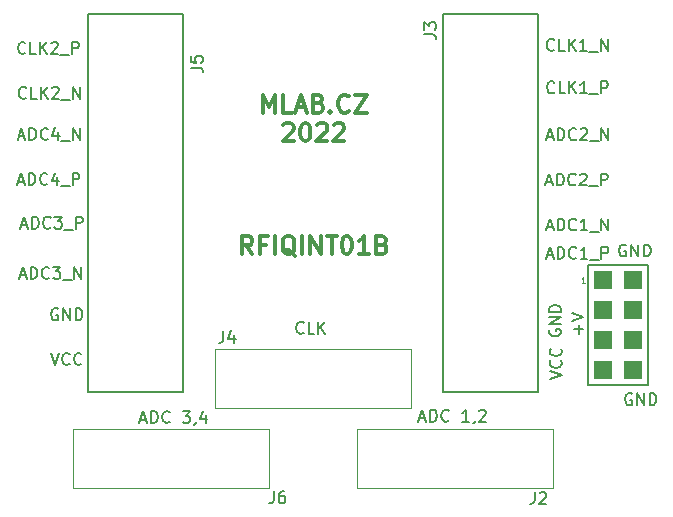
<source format=gbr>
%TF.GenerationSoftware,KiCad,Pcbnew,6.0.4-6f826c9f35~116~ubuntu20.04.1*%
%TF.CreationDate,2022-05-11T15:22:45+00:00*%
%TF.ProjectId,RFIQINT01B,52464951-494e-4543-9031-422e6b696361,REV 0.2*%
%TF.SameCoordinates,Original*%
%TF.FileFunction,Legend,Top*%
%TF.FilePolarity,Positive*%
%FSLAX46Y46*%
G04 Gerber Fmt 4.6, Leading zero omitted, Abs format (unit mm)*
G04 Created by KiCad (PCBNEW 6.0.4-6f826c9f35~116~ubuntu20.04.1) date 2022-05-11 15:22:45*
%MOMM*%
%LPD*%
G01*
G04 APERTURE LIST*
%ADD10C,0.150000*%
%ADD11C,0.300000*%
%ADD12C,0.050000*%
%ADD13C,0.200000*%
%ADD14C,0.120000*%
%ADD15R,1.524000X1.524000*%
G04 APERTURE END LIST*
D10*
X153488095Y-109300000D02*
X153392857Y-109252380D01*
X153250000Y-109252380D01*
X153107142Y-109300000D01*
X153011904Y-109395238D01*
X152964285Y-109490476D01*
X152916666Y-109680952D01*
X152916666Y-109823809D01*
X152964285Y-110014285D01*
X153011904Y-110109523D01*
X153107142Y-110204761D01*
X153250000Y-110252380D01*
X153345238Y-110252380D01*
X153488095Y-110204761D01*
X153535714Y-110157142D01*
X153535714Y-109823809D01*
X153345238Y-109823809D01*
X153964285Y-110252380D02*
X153964285Y-109252380D01*
X154535714Y-110252380D01*
X154535714Y-109252380D01*
X155011904Y-110252380D02*
X155011904Y-109252380D01*
X155250000Y-109252380D01*
X155392857Y-109300000D01*
X155488095Y-109395238D01*
X155535714Y-109490476D01*
X155583333Y-109680952D01*
X155583333Y-109823809D01*
X155535714Y-110014285D01*
X155488095Y-110109523D01*
X155392857Y-110204761D01*
X155250000Y-110252380D01*
X155011904Y-110252380D01*
X153988095Y-121900000D02*
X153892857Y-121852380D01*
X153750000Y-121852380D01*
X153607142Y-121900000D01*
X153511904Y-121995238D01*
X153464285Y-122090476D01*
X153416666Y-122280952D01*
X153416666Y-122423809D01*
X153464285Y-122614285D01*
X153511904Y-122709523D01*
X153607142Y-122804761D01*
X153750000Y-122852380D01*
X153845238Y-122852380D01*
X153988095Y-122804761D01*
X154035714Y-122757142D01*
X154035714Y-122423809D01*
X153845238Y-122423809D01*
X154464285Y-122852380D02*
X154464285Y-121852380D01*
X155035714Y-122852380D01*
X155035714Y-121852380D01*
X155511904Y-122852380D02*
X155511904Y-121852380D01*
X155750000Y-121852380D01*
X155892857Y-121900000D01*
X155988095Y-121995238D01*
X156035714Y-122090476D01*
X156083333Y-122280952D01*
X156083333Y-122423809D01*
X156035714Y-122614285D01*
X155988095Y-122709523D01*
X155892857Y-122804761D01*
X155750000Y-122852380D01*
X155511904Y-122852380D01*
D11*
X121860714Y-110038571D02*
X121360714Y-109324285D01*
X121003571Y-110038571D02*
X121003571Y-108538571D01*
X121575000Y-108538571D01*
X121717857Y-108610000D01*
X121789285Y-108681428D01*
X121860714Y-108824285D01*
X121860714Y-109038571D01*
X121789285Y-109181428D01*
X121717857Y-109252857D01*
X121575000Y-109324285D01*
X121003571Y-109324285D01*
X123003571Y-109252857D02*
X122503571Y-109252857D01*
X122503571Y-110038571D02*
X122503571Y-108538571D01*
X123217857Y-108538571D01*
X123789285Y-110038571D02*
X123789285Y-108538571D01*
X125503571Y-110181428D02*
X125360714Y-110110000D01*
X125217857Y-109967142D01*
X125003571Y-109752857D01*
X124860714Y-109681428D01*
X124717857Y-109681428D01*
X124789285Y-110038571D02*
X124646428Y-109967142D01*
X124503571Y-109824285D01*
X124432142Y-109538571D01*
X124432142Y-109038571D01*
X124503571Y-108752857D01*
X124646428Y-108610000D01*
X124789285Y-108538571D01*
X125075000Y-108538571D01*
X125217857Y-108610000D01*
X125360714Y-108752857D01*
X125432142Y-109038571D01*
X125432142Y-109538571D01*
X125360714Y-109824285D01*
X125217857Y-109967142D01*
X125075000Y-110038571D01*
X124789285Y-110038571D01*
X126075000Y-110038571D02*
X126075000Y-108538571D01*
X126789285Y-110038571D02*
X126789285Y-108538571D01*
X127646428Y-110038571D01*
X127646428Y-108538571D01*
X128146428Y-108538571D02*
X129003571Y-108538571D01*
X128575000Y-110038571D02*
X128575000Y-108538571D01*
X129789285Y-108538571D02*
X129932142Y-108538571D01*
X130075000Y-108610000D01*
X130146428Y-108681428D01*
X130217857Y-108824285D01*
X130289285Y-109110000D01*
X130289285Y-109467142D01*
X130217857Y-109752857D01*
X130146428Y-109895714D01*
X130075000Y-109967142D01*
X129932142Y-110038571D01*
X129789285Y-110038571D01*
X129646428Y-109967142D01*
X129575000Y-109895714D01*
X129503571Y-109752857D01*
X129432142Y-109467142D01*
X129432142Y-109110000D01*
X129503571Y-108824285D01*
X129575000Y-108681428D01*
X129646428Y-108610000D01*
X129789285Y-108538571D01*
X131717857Y-110038571D02*
X130860714Y-110038571D01*
X131289285Y-110038571D02*
X131289285Y-108538571D01*
X131146428Y-108752857D01*
X131003571Y-108895714D01*
X130860714Y-108967142D01*
X132860714Y-109252857D02*
X133075000Y-109324285D01*
X133146428Y-109395714D01*
X133217857Y-109538571D01*
X133217857Y-109752857D01*
X133146428Y-109895714D01*
X133075000Y-109967142D01*
X132932142Y-110038571D01*
X132360714Y-110038571D01*
X132360714Y-108538571D01*
X132860714Y-108538571D01*
X133003571Y-108610000D01*
X133075000Y-108681428D01*
X133146428Y-108824285D01*
X133146428Y-108967142D01*
X133075000Y-109110000D01*
X133003571Y-109181428D01*
X132860714Y-109252857D01*
X132360714Y-109252857D01*
D10*
X126204761Y-116707142D02*
X126157142Y-116754761D01*
X126014285Y-116802380D01*
X125919047Y-116802380D01*
X125776190Y-116754761D01*
X125680952Y-116659523D01*
X125633333Y-116564285D01*
X125585714Y-116373809D01*
X125585714Y-116230952D01*
X125633333Y-116040476D01*
X125680952Y-115945238D01*
X125776190Y-115850000D01*
X125919047Y-115802380D01*
X126014285Y-115802380D01*
X126157142Y-115850000D01*
X126204761Y-115897619D01*
X127109523Y-116802380D02*
X126633333Y-116802380D01*
X126633333Y-115802380D01*
X127442857Y-116802380D02*
X127442857Y-115802380D01*
X128014285Y-116802380D02*
X127585714Y-116230952D01*
X128014285Y-115802380D02*
X127442857Y-116373809D01*
X105388095Y-114710000D02*
X105292857Y-114662380D01*
X105150000Y-114662380D01*
X105007142Y-114710000D01*
X104911904Y-114805238D01*
X104864285Y-114900476D01*
X104816666Y-115090952D01*
X104816666Y-115233809D01*
X104864285Y-115424285D01*
X104911904Y-115519523D01*
X105007142Y-115614761D01*
X105150000Y-115662380D01*
X105245238Y-115662380D01*
X105388095Y-115614761D01*
X105435714Y-115567142D01*
X105435714Y-115233809D01*
X105245238Y-115233809D01*
X105864285Y-115662380D02*
X105864285Y-114662380D01*
X106435714Y-115662380D01*
X106435714Y-114662380D01*
X106911904Y-115662380D02*
X106911904Y-114662380D01*
X107150000Y-114662380D01*
X107292857Y-114710000D01*
X107388095Y-114805238D01*
X107435714Y-114900476D01*
X107483333Y-115090952D01*
X107483333Y-115233809D01*
X107435714Y-115424285D01*
X107388095Y-115519523D01*
X107292857Y-115614761D01*
X107150000Y-115662380D01*
X106911904Y-115662380D01*
X102180952Y-111866666D02*
X102657142Y-111866666D01*
X102085714Y-112152380D02*
X102419047Y-111152380D01*
X102752380Y-112152380D01*
X103085714Y-112152380D02*
X103085714Y-111152380D01*
X103323809Y-111152380D01*
X103466666Y-111200000D01*
X103561904Y-111295238D01*
X103609523Y-111390476D01*
X103657142Y-111580952D01*
X103657142Y-111723809D01*
X103609523Y-111914285D01*
X103561904Y-112009523D01*
X103466666Y-112104761D01*
X103323809Y-112152380D01*
X103085714Y-112152380D01*
X104657142Y-112057142D02*
X104609523Y-112104761D01*
X104466666Y-112152380D01*
X104371428Y-112152380D01*
X104228571Y-112104761D01*
X104133333Y-112009523D01*
X104085714Y-111914285D01*
X104038095Y-111723809D01*
X104038095Y-111580952D01*
X104085714Y-111390476D01*
X104133333Y-111295238D01*
X104228571Y-111200000D01*
X104371428Y-111152380D01*
X104466666Y-111152380D01*
X104609523Y-111200000D01*
X104657142Y-111247619D01*
X104990476Y-111152380D02*
X105609523Y-111152380D01*
X105276190Y-111533333D01*
X105419047Y-111533333D01*
X105514285Y-111580952D01*
X105561904Y-111628571D01*
X105609523Y-111723809D01*
X105609523Y-111961904D01*
X105561904Y-112057142D01*
X105514285Y-112104761D01*
X105419047Y-112152380D01*
X105133333Y-112152380D01*
X105038095Y-112104761D01*
X104990476Y-112057142D01*
X105800000Y-112247619D02*
X106561904Y-112247619D01*
X106800000Y-112152380D02*
X106800000Y-111152380D01*
X107371428Y-112152380D01*
X107371428Y-111152380D01*
X102029761Y-103926666D02*
X102505952Y-103926666D01*
X101934523Y-104212380D02*
X102267857Y-103212380D01*
X102601190Y-104212380D01*
X102934523Y-104212380D02*
X102934523Y-103212380D01*
X103172619Y-103212380D01*
X103315476Y-103260000D01*
X103410714Y-103355238D01*
X103458333Y-103450476D01*
X103505952Y-103640952D01*
X103505952Y-103783809D01*
X103458333Y-103974285D01*
X103410714Y-104069523D01*
X103315476Y-104164761D01*
X103172619Y-104212380D01*
X102934523Y-104212380D01*
X104505952Y-104117142D02*
X104458333Y-104164761D01*
X104315476Y-104212380D01*
X104220238Y-104212380D01*
X104077380Y-104164761D01*
X103982142Y-104069523D01*
X103934523Y-103974285D01*
X103886904Y-103783809D01*
X103886904Y-103640952D01*
X103934523Y-103450476D01*
X103982142Y-103355238D01*
X104077380Y-103260000D01*
X104220238Y-103212380D01*
X104315476Y-103212380D01*
X104458333Y-103260000D01*
X104505952Y-103307619D01*
X105363095Y-103545714D02*
X105363095Y-104212380D01*
X105125000Y-103164761D02*
X104886904Y-103879047D01*
X105505952Y-103879047D01*
X105648809Y-104307619D02*
X106410714Y-104307619D01*
X106648809Y-104212380D02*
X106648809Y-103212380D01*
X107029761Y-103212380D01*
X107125000Y-103260000D01*
X107172619Y-103307619D01*
X107220238Y-103402857D01*
X107220238Y-103545714D01*
X107172619Y-103640952D01*
X107125000Y-103688571D01*
X107029761Y-103736190D01*
X106648809Y-103736190D01*
X102647619Y-93007142D02*
X102600000Y-93054761D01*
X102457142Y-93102380D01*
X102361904Y-93102380D01*
X102219047Y-93054761D01*
X102123809Y-92959523D01*
X102076190Y-92864285D01*
X102028571Y-92673809D01*
X102028571Y-92530952D01*
X102076190Y-92340476D01*
X102123809Y-92245238D01*
X102219047Y-92150000D01*
X102361904Y-92102380D01*
X102457142Y-92102380D01*
X102600000Y-92150000D01*
X102647619Y-92197619D01*
X103552380Y-93102380D02*
X103076190Y-93102380D01*
X103076190Y-92102380D01*
X103885714Y-93102380D02*
X103885714Y-92102380D01*
X104457142Y-93102380D02*
X104028571Y-92530952D01*
X104457142Y-92102380D02*
X103885714Y-92673809D01*
X104838095Y-92197619D02*
X104885714Y-92150000D01*
X104980952Y-92102380D01*
X105219047Y-92102380D01*
X105314285Y-92150000D01*
X105361904Y-92197619D01*
X105409523Y-92292857D01*
X105409523Y-92388095D01*
X105361904Y-92530952D01*
X104790476Y-93102380D01*
X105409523Y-93102380D01*
X105600000Y-93197619D02*
X106361904Y-93197619D01*
X106600000Y-93102380D02*
X106600000Y-92102380D01*
X106980952Y-92102380D01*
X107076190Y-92150000D01*
X107123809Y-92197619D01*
X107171428Y-92292857D01*
X107171428Y-92435714D01*
X107123809Y-92530952D01*
X107076190Y-92578571D01*
X106980952Y-92626190D01*
X106600000Y-92626190D01*
X102723809Y-96807142D02*
X102676190Y-96854761D01*
X102533333Y-96902380D01*
X102438095Y-96902380D01*
X102295238Y-96854761D01*
X102200000Y-96759523D01*
X102152380Y-96664285D01*
X102104761Y-96473809D01*
X102104761Y-96330952D01*
X102152380Y-96140476D01*
X102200000Y-96045238D01*
X102295238Y-95950000D01*
X102438095Y-95902380D01*
X102533333Y-95902380D01*
X102676190Y-95950000D01*
X102723809Y-95997619D01*
X103628571Y-96902380D02*
X103152380Y-96902380D01*
X103152380Y-95902380D01*
X103961904Y-96902380D02*
X103961904Y-95902380D01*
X104533333Y-96902380D02*
X104104761Y-96330952D01*
X104533333Y-95902380D02*
X103961904Y-96473809D01*
X104914285Y-95997619D02*
X104961904Y-95950000D01*
X105057142Y-95902380D01*
X105295238Y-95902380D01*
X105390476Y-95950000D01*
X105438095Y-95997619D01*
X105485714Y-96092857D01*
X105485714Y-96188095D01*
X105438095Y-96330952D01*
X104866666Y-96902380D01*
X105485714Y-96902380D01*
X105676190Y-96997619D02*
X106438095Y-96997619D01*
X106676190Y-96902380D02*
X106676190Y-95902380D01*
X107247619Y-96902380D01*
X107247619Y-95902380D01*
X147052380Y-120633333D02*
X148052380Y-120300000D01*
X147052380Y-119966666D01*
X147957142Y-119061904D02*
X148004761Y-119109523D01*
X148052380Y-119252380D01*
X148052380Y-119347619D01*
X148004761Y-119490476D01*
X147909523Y-119585714D01*
X147814285Y-119633333D01*
X147623809Y-119680952D01*
X147480952Y-119680952D01*
X147290476Y-119633333D01*
X147195238Y-119585714D01*
X147100000Y-119490476D01*
X147052380Y-119347619D01*
X147052380Y-119252380D01*
X147100000Y-119109523D01*
X147147619Y-119061904D01*
X147957142Y-118061904D02*
X148004761Y-118109523D01*
X148052380Y-118252380D01*
X148052380Y-118347619D01*
X148004761Y-118490476D01*
X147909523Y-118585714D01*
X147814285Y-118633333D01*
X147623809Y-118680952D01*
X147480952Y-118680952D01*
X147290476Y-118633333D01*
X147195238Y-118585714D01*
X147100000Y-118490476D01*
X147052380Y-118347619D01*
X147052380Y-118252380D01*
X147100000Y-118109523D01*
X147147619Y-118061904D01*
X146804761Y-110166666D02*
X147280952Y-110166666D01*
X146709523Y-110452380D02*
X147042857Y-109452380D01*
X147376190Y-110452380D01*
X147709523Y-110452380D02*
X147709523Y-109452380D01*
X147947619Y-109452380D01*
X148090476Y-109500000D01*
X148185714Y-109595238D01*
X148233333Y-109690476D01*
X148280952Y-109880952D01*
X148280952Y-110023809D01*
X148233333Y-110214285D01*
X148185714Y-110309523D01*
X148090476Y-110404761D01*
X147947619Y-110452380D01*
X147709523Y-110452380D01*
X149280952Y-110357142D02*
X149233333Y-110404761D01*
X149090476Y-110452380D01*
X148995238Y-110452380D01*
X148852380Y-110404761D01*
X148757142Y-110309523D01*
X148709523Y-110214285D01*
X148661904Y-110023809D01*
X148661904Y-109880952D01*
X148709523Y-109690476D01*
X148757142Y-109595238D01*
X148852380Y-109500000D01*
X148995238Y-109452380D01*
X149090476Y-109452380D01*
X149233333Y-109500000D01*
X149280952Y-109547619D01*
X150233333Y-110452380D02*
X149661904Y-110452380D01*
X149947619Y-110452380D02*
X149947619Y-109452380D01*
X149852380Y-109595238D01*
X149757142Y-109690476D01*
X149661904Y-109738095D01*
X150423809Y-110547619D02*
X151185714Y-110547619D01*
X151423809Y-110452380D02*
X151423809Y-109452380D01*
X151804761Y-109452380D01*
X151900000Y-109500000D01*
X151947619Y-109547619D01*
X151995238Y-109642857D01*
X151995238Y-109785714D01*
X151947619Y-109880952D01*
X151900000Y-109928571D01*
X151804761Y-109976190D01*
X151423809Y-109976190D01*
X147050000Y-116461904D02*
X147002380Y-116557142D01*
X147002380Y-116700000D01*
X147050000Y-116842857D01*
X147145238Y-116938095D01*
X147240476Y-116985714D01*
X147430952Y-117033333D01*
X147573809Y-117033333D01*
X147764285Y-116985714D01*
X147859523Y-116938095D01*
X147954761Y-116842857D01*
X148002380Y-116700000D01*
X148002380Y-116604761D01*
X147954761Y-116461904D01*
X147907142Y-116414285D01*
X147573809Y-116414285D01*
X147573809Y-116604761D01*
X148002380Y-115985714D02*
X147002380Y-115985714D01*
X148002380Y-115414285D01*
X147002380Y-115414285D01*
X148002380Y-114938095D02*
X147002380Y-114938095D01*
X147002380Y-114700000D01*
X147050000Y-114557142D01*
X147145238Y-114461904D01*
X147240476Y-114414285D01*
X147430952Y-114366666D01*
X147573809Y-114366666D01*
X147764285Y-114414285D01*
X147859523Y-114461904D01*
X147954761Y-114557142D01*
X148002380Y-114700000D01*
X148002380Y-114938095D01*
X146805952Y-107776666D02*
X147282142Y-107776666D01*
X146710714Y-108062380D02*
X147044047Y-107062380D01*
X147377380Y-108062380D01*
X147710714Y-108062380D02*
X147710714Y-107062380D01*
X147948809Y-107062380D01*
X148091666Y-107110000D01*
X148186904Y-107205238D01*
X148234523Y-107300476D01*
X148282142Y-107490952D01*
X148282142Y-107633809D01*
X148234523Y-107824285D01*
X148186904Y-107919523D01*
X148091666Y-108014761D01*
X147948809Y-108062380D01*
X147710714Y-108062380D01*
X149282142Y-107967142D02*
X149234523Y-108014761D01*
X149091666Y-108062380D01*
X148996428Y-108062380D01*
X148853571Y-108014761D01*
X148758333Y-107919523D01*
X148710714Y-107824285D01*
X148663095Y-107633809D01*
X148663095Y-107490952D01*
X148710714Y-107300476D01*
X148758333Y-107205238D01*
X148853571Y-107110000D01*
X148996428Y-107062380D01*
X149091666Y-107062380D01*
X149234523Y-107110000D01*
X149282142Y-107157619D01*
X150234523Y-108062380D02*
X149663095Y-108062380D01*
X149948809Y-108062380D02*
X149948809Y-107062380D01*
X149853571Y-107205238D01*
X149758333Y-107300476D01*
X149663095Y-107348095D01*
X150425000Y-108157619D02*
X151186904Y-108157619D01*
X151425000Y-108062380D02*
X151425000Y-107062380D01*
X151996428Y-108062380D01*
X151996428Y-107062380D01*
X146754761Y-103951666D02*
X147230952Y-103951666D01*
X146659523Y-104237380D02*
X146992857Y-103237380D01*
X147326190Y-104237380D01*
X147659523Y-104237380D02*
X147659523Y-103237380D01*
X147897619Y-103237380D01*
X148040476Y-103285000D01*
X148135714Y-103380238D01*
X148183333Y-103475476D01*
X148230952Y-103665952D01*
X148230952Y-103808809D01*
X148183333Y-103999285D01*
X148135714Y-104094523D01*
X148040476Y-104189761D01*
X147897619Y-104237380D01*
X147659523Y-104237380D01*
X149230952Y-104142142D02*
X149183333Y-104189761D01*
X149040476Y-104237380D01*
X148945238Y-104237380D01*
X148802380Y-104189761D01*
X148707142Y-104094523D01*
X148659523Y-103999285D01*
X148611904Y-103808809D01*
X148611904Y-103665952D01*
X148659523Y-103475476D01*
X148707142Y-103380238D01*
X148802380Y-103285000D01*
X148945238Y-103237380D01*
X149040476Y-103237380D01*
X149183333Y-103285000D01*
X149230952Y-103332619D01*
X149611904Y-103332619D02*
X149659523Y-103285000D01*
X149754761Y-103237380D01*
X149992857Y-103237380D01*
X150088095Y-103285000D01*
X150135714Y-103332619D01*
X150183333Y-103427857D01*
X150183333Y-103523095D01*
X150135714Y-103665952D01*
X149564285Y-104237380D01*
X150183333Y-104237380D01*
X150373809Y-104332619D02*
X151135714Y-104332619D01*
X151373809Y-104237380D02*
X151373809Y-103237380D01*
X151754761Y-103237380D01*
X151850000Y-103285000D01*
X151897619Y-103332619D01*
X151945238Y-103427857D01*
X151945238Y-103570714D01*
X151897619Y-103665952D01*
X151850000Y-103713571D01*
X151754761Y-103761190D01*
X151373809Y-103761190D01*
X146805952Y-100126666D02*
X147282142Y-100126666D01*
X146710714Y-100412380D02*
X147044047Y-99412380D01*
X147377380Y-100412380D01*
X147710714Y-100412380D02*
X147710714Y-99412380D01*
X147948809Y-99412380D01*
X148091666Y-99460000D01*
X148186904Y-99555238D01*
X148234523Y-99650476D01*
X148282142Y-99840952D01*
X148282142Y-99983809D01*
X148234523Y-100174285D01*
X148186904Y-100269523D01*
X148091666Y-100364761D01*
X147948809Y-100412380D01*
X147710714Y-100412380D01*
X149282142Y-100317142D02*
X149234523Y-100364761D01*
X149091666Y-100412380D01*
X148996428Y-100412380D01*
X148853571Y-100364761D01*
X148758333Y-100269523D01*
X148710714Y-100174285D01*
X148663095Y-99983809D01*
X148663095Y-99840952D01*
X148710714Y-99650476D01*
X148758333Y-99555238D01*
X148853571Y-99460000D01*
X148996428Y-99412380D01*
X149091666Y-99412380D01*
X149234523Y-99460000D01*
X149282142Y-99507619D01*
X149663095Y-99507619D02*
X149710714Y-99460000D01*
X149805952Y-99412380D01*
X150044047Y-99412380D01*
X150139285Y-99460000D01*
X150186904Y-99507619D01*
X150234523Y-99602857D01*
X150234523Y-99698095D01*
X150186904Y-99840952D01*
X149615476Y-100412380D01*
X150234523Y-100412380D01*
X150425000Y-100507619D02*
X151186904Y-100507619D01*
X151425000Y-100412380D02*
X151425000Y-99412380D01*
X151996428Y-100412380D01*
X151996428Y-99412380D01*
X147447619Y-96342142D02*
X147400000Y-96389761D01*
X147257142Y-96437380D01*
X147161904Y-96437380D01*
X147019047Y-96389761D01*
X146923809Y-96294523D01*
X146876190Y-96199285D01*
X146828571Y-96008809D01*
X146828571Y-95865952D01*
X146876190Y-95675476D01*
X146923809Y-95580238D01*
X147019047Y-95485000D01*
X147161904Y-95437380D01*
X147257142Y-95437380D01*
X147400000Y-95485000D01*
X147447619Y-95532619D01*
X148352380Y-96437380D02*
X147876190Y-96437380D01*
X147876190Y-95437380D01*
X148685714Y-96437380D02*
X148685714Y-95437380D01*
X149257142Y-96437380D02*
X148828571Y-95865952D01*
X149257142Y-95437380D02*
X148685714Y-96008809D01*
X150209523Y-96437380D02*
X149638095Y-96437380D01*
X149923809Y-96437380D02*
X149923809Y-95437380D01*
X149828571Y-95580238D01*
X149733333Y-95675476D01*
X149638095Y-95723095D01*
X150400000Y-96532619D02*
X151161904Y-96532619D01*
X151400000Y-96437380D02*
X151400000Y-95437380D01*
X151780952Y-95437380D01*
X151876190Y-95485000D01*
X151923809Y-95532619D01*
X151971428Y-95627857D01*
X151971428Y-95770714D01*
X151923809Y-95865952D01*
X151876190Y-95913571D01*
X151780952Y-95961190D01*
X151400000Y-95961190D01*
X147423809Y-92742142D02*
X147376190Y-92789761D01*
X147233333Y-92837380D01*
X147138095Y-92837380D01*
X146995238Y-92789761D01*
X146900000Y-92694523D01*
X146852380Y-92599285D01*
X146804761Y-92408809D01*
X146804761Y-92265952D01*
X146852380Y-92075476D01*
X146900000Y-91980238D01*
X146995238Y-91885000D01*
X147138095Y-91837380D01*
X147233333Y-91837380D01*
X147376190Y-91885000D01*
X147423809Y-91932619D01*
X148328571Y-92837380D02*
X147852380Y-92837380D01*
X147852380Y-91837380D01*
X148661904Y-92837380D02*
X148661904Y-91837380D01*
X149233333Y-92837380D02*
X148804761Y-92265952D01*
X149233333Y-91837380D02*
X148661904Y-92408809D01*
X150185714Y-92837380D02*
X149614285Y-92837380D01*
X149900000Y-92837380D02*
X149900000Y-91837380D01*
X149804761Y-91980238D01*
X149709523Y-92075476D01*
X149614285Y-92123095D01*
X150376190Y-92932619D02*
X151138095Y-92932619D01*
X151376190Y-92837380D02*
X151376190Y-91837380D01*
X151947619Y-92837380D01*
X151947619Y-91837380D01*
X112390476Y-124076666D02*
X112866666Y-124076666D01*
X112295238Y-124362380D02*
X112628571Y-123362380D01*
X112961904Y-124362380D01*
X113295238Y-124362380D02*
X113295238Y-123362380D01*
X113533333Y-123362380D01*
X113676190Y-123410000D01*
X113771428Y-123505238D01*
X113819047Y-123600476D01*
X113866666Y-123790952D01*
X113866666Y-123933809D01*
X113819047Y-124124285D01*
X113771428Y-124219523D01*
X113676190Y-124314761D01*
X113533333Y-124362380D01*
X113295238Y-124362380D01*
X114866666Y-124267142D02*
X114819047Y-124314761D01*
X114676190Y-124362380D01*
X114580952Y-124362380D01*
X114438095Y-124314761D01*
X114342857Y-124219523D01*
X114295238Y-124124285D01*
X114247619Y-123933809D01*
X114247619Y-123790952D01*
X114295238Y-123600476D01*
X114342857Y-123505238D01*
X114438095Y-123410000D01*
X114580952Y-123362380D01*
X114676190Y-123362380D01*
X114819047Y-123410000D01*
X114866666Y-123457619D01*
X115961904Y-123362380D02*
X116580952Y-123362380D01*
X116247619Y-123743333D01*
X116390476Y-123743333D01*
X116485714Y-123790952D01*
X116533333Y-123838571D01*
X116580952Y-123933809D01*
X116580952Y-124171904D01*
X116533333Y-124267142D01*
X116485714Y-124314761D01*
X116390476Y-124362380D01*
X116104761Y-124362380D01*
X116009523Y-124314761D01*
X115961904Y-124267142D01*
X117057142Y-124314761D02*
X117057142Y-124362380D01*
X117009523Y-124457619D01*
X116961904Y-124505238D01*
X117914285Y-123695714D02*
X117914285Y-124362380D01*
X117676190Y-123314761D02*
X117438095Y-124029047D01*
X118057142Y-124029047D01*
X136015476Y-123951666D02*
X136491666Y-123951666D01*
X135920238Y-124237380D02*
X136253571Y-123237380D01*
X136586904Y-124237380D01*
X136920238Y-124237380D02*
X136920238Y-123237380D01*
X137158333Y-123237380D01*
X137301190Y-123285000D01*
X137396428Y-123380238D01*
X137444047Y-123475476D01*
X137491666Y-123665952D01*
X137491666Y-123808809D01*
X137444047Y-123999285D01*
X137396428Y-124094523D01*
X137301190Y-124189761D01*
X137158333Y-124237380D01*
X136920238Y-124237380D01*
X138491666Y-124142142D02*
X138444047Y-124189761D01*
X138301190Y-124237380D01*
X138205952Y-124237380D01*
X138063095Y-124189761D01*
X137967857Y-124094523D01*
X137920238Y-123999285D01*
X137872619Y-123808809D01*
X137872619Y-123665952D01*
X137920238Y-123475476D01*
X137967857Y-123380238D01*
X138063095Y-123285000D01*
X138205952Y-123237380D01*
X138301190Y-123237380D01*
X138444047Y-123285000D01*
X138491666Y-123332619D01*
X140205952Y-124237380D02*
X139634523Y-124237380D01*
X139920238Y-124237380D02*
X139920238Y-123237380D01*
X139825000Y-123380238D01*
X139729761Y-123475476D01*
X139634523Y-123523095D01*
X140682142Y-124189761D02*
X140682142Y-124237380D01*
X140634523Y-124332619D01*
X140586904Y-124380238D01*
X141063095Y-123332619D02*
X141110714Y-123285000D01*
X141205952Y-123237380D01*
X141444047Y-123237380D01*
X141539285Y-123285000D01*
X141586904Y-123332619D01*
X141634523Y-123427857D01*
X141634523Y-123523095D01*
X141586904Y-123665952D01*
X141015476Y-124237380D01*
X141634523Y-124237380D01*
D11*
X122753571Y-98073871D02*
X122753571Y-96573871D01*
X123253571Y-97645300D01*
X123753571Y-96573871D01*
X123753571Y-98073871D01*
X125182142Y-98073871D02*
X124467857Y-98073871D01*
X124467857Y-96573871D01*
X125610714Y-97645300D02*
X126325000Y-97645300D01*
X125467857Y-98073871D02*
X125967857Y-96573871D01*
X126467857Y-98073871D01*
X127467857Y-97288157D02*
X127682142Y-97359585D01*
X127753571Y-97431014D01*
X127825000Y-97573871D01*
X127825000Y-97788157D01*
X127753571Y-97931014D01*
X127682142Y-98002442D01*
X127539285Y-98073871D01*
X126967857Y-98073871D01*
X126967857Y-96573871D01*
X127467857Y-96573871D01*
X127610714Y-96645300D01*
X127682142Y-96716728D01*
X127753571Y-96859585D01*
X127753571Y-97002442D01*
X127682142Y-97145300D01*
X127610714Y-97216728D01*
X127467857Y-97288157D01*
X126967857Y-97288157D01*
X128467857Y-97931014D02*
X128539285Y-98002442D01*
X128467857Y-98073871D01*
X128396428Y-98002442D01*
X128467857Y-97931014D01*
X128467857Y-98073871D01*
X130039285Y-97931014D02*
X129967857Y-98002442D01*
X129753571Y-98073871D01*
X129610714Y-98073871D01*
X129396428Y-98002442D01*
X129253571Y-97859585D01*
X129182142Y-97716728D01*
X129110714Y-97431014D01*
X129110714Y-97216728D01*
X129182142Y-96931014D01*
X129253571Y-96788157D01*
X129396428Y-96645300D01*
X129610714Y-96573871D01*
X129753571Y-96573871D01*
X129967857Y-96645300D01*
X130039285Y-96716728D01*
X130539285Y-96573871D02*
X131539285Y-96573871D01*
X130539285Y-98073871D01*
X131539285Y-98073871D01*
X124503571Y-99131728D02*
X124575000Y-99060300D01*
X124717857Y-98988871D01*
X125075000Y-98988871D01*
X125217857Y-99060300D01*
X125289285Y-99131728D01*
X125360714Y-99274585D01*
X125360714Y-99417442D01*
X125289285Y-99631728D01*
X124432142Y-100488871D01*
X125360714Y-100488871D01*
X126289285Y-98988871D02*
X126432142Y-98988871D01*
X126575000Y-99060300D01*
X126646428Y-99131728D01*
X126717857Y-99274585D01*
X126789285Y-99560300D01*
X126789285Y-99917442D01*
X126717857Y-100203157D01*
X126646428Y-100346014D01*
X126575000Y-100417442D01*
X126432142Y-100488871D01*
X126289285Y-100488871D01*
X126146428Y-100417442D01*
X126075000Y-100346014D01*
X126003571Y-100203157D01*
X125932142Y-99917442D01*
X125932142Y-99560300D01*
X126003571Y-99274585D01*
X126075000Y-99131728D01*
X126146428Y-99060300D01*
X126289285Y-98988871D01*
X127360714Y-99131728D02*
X127432142Y-99060300D01*
X127575000Y-98988871D01*
X127932142Y-98988871D01*
X128075000Y-99060300D01*
X128146428Y-99131728D01*
X128217857Y-99274585D01*
X128217857Y-99417442D01*
X128146428Y-99631728D01*
X127289285Y-100488871D01*
X128217857Y-100488871D01*
X128789285Y-99131728D02*
X128860714Y-99060300D01*
X129003571Y-98988871D01*
X129360714Y-98988871D01*
X129503571Y-99060300D01*
X129575000Y-99131728D01*
X129646428Y-99274585D01*
X129646428Y-99417442D01*
X129575000Y-99631728D01*
X128717857Y-100488871D01*
X129646428Y-100488871D01*
D10*
X104816666Y-118437380D02*
X105150000Y-119437380D01*
X105483333Y-118437380D01*
X106388095Y-119342142D02*
X106340476Y-119389761D01*
X106197619Y-119437380D01*
X106102380Y-119437380D01*
X105959523Y-119389761D01*
X105864285Y-119294523D01*
X105816666Y-119199285D01*
X105769047Y-119008809D01*
X105769047Y-118865952D01*
X105816666Y-118675476D01*
X105864285Y-118580238D01*
X105959523Y-118485000D01*
X106102380Y-118437380D01*
X106197619Y-118437380D01*
X106340476Y-118485000D01*
X106388095Y-118532619D01*
X107388095Y-119342142D02*
X107340476Y-119389761D01*
X107197619Y-119437380D01*
X107102380Y-119437380D01*
X106959523Y-119389761D01*
X106864285Y-119294523D01*
X106816666Y-119199285D01*
X106769047Y-119008809D01*
X106769047Y-118865952D01*
X106816666Y-118675476D01*
X106864285Y-118580238D01*
X106959523Y-118485000D01*
X107102380Y-118437380D01*
X107197619Y-118437380D01*
X107340476Y-118485000D01*
X107388095Y-118532619D01*
X102080952Y-100101666D02*
X102557142Y-100101666D01*
X101985714Y-100387380D02*
X102319047Y-99387380D01*
X102652380Y-100387380D01*
X102985714Y-100387380D02*
X102985714Y-99387380D01*
X103223809Y-99387380D01*
X103366666Y-99435000D01*
X103461904Y-99530238D01*
X103509523Y-99625476D01*
X103557142Y-99815952D01*
X103557142Y-99958809D01*
X103509523Y-100149285D01*
X103461904Y-100244523D01*
X103366666Y-100339761D01*
X103223809Y-100387380D01*
X102985714Y-100387380D01*
X104557142Y-100292142D02*
X104509523Y-100339761D01*
X104366666Y-100387380D01*
X104271428Y-100387380D01*
X104128571Y-100339761D01*
X104033333Y-100244523D01*
X103985714Y-100149285D01*
X103938095Y-99958809D01*
X103938095Y-99815952D01*
X103985714Y-99625476D01*
X104033333Y-99530238D01*
X104128571Y-99435000D01*
X104271428Y-99387380D01*
X104366666Y-99387380D01*
X104509523Y-99435000D01*
X104557142Y-99482619D01*
X105414285Y-99720714D02*
X105414285Y-100387380D01*
X105176190Y-99339761D02*
X104938095Y-100054047D01*
X105557142Y-100054047D01*
X105700000Y-100482619D02*
X106461904Y-100482619D01*
X106700000Y-100387380D02*
X106700000Y-99387380D01*
X107271428Y-100387380D01*
X107271428Y-99387380D01*
X149521428Y-116809523D02*
X149521428Y-116047619D01*
X149902380Y-116428571D02*
X149140476Y-116428571D01*
X148902380Y-115714285D02*
X149902380Y-115380952D01*
X148902380Y-115047619D01*
X102304761Y-107616666D02*
X102780952Y-107616666D01*
X102209523Y-107902380D02*
X102542857Y-106902380D01*
X102876190Y-107902380D01*
X103209523Y-107902380D02*
X103209523Y-106902380D01*
X103447619Y-106902380D01*
X103590476Y-106950000D01*
X103685714Y-107045238D01*
X103733333Y-107140476D01*
X103780952Y-107330952D01*
X103780952Y-107473809D01*
X103733333Y-107664285D01*
X103685714Y-107759523D01*
X103590476Y-107854761D01*
X103447619Y-107902380D01*
X103209523Y-107902380D01*
X104780952Y-107807142D02*
X104733333Y-107854761D01*
X104590476Y-107902380D01*
X104495238Y-107902380D01*
X104352380Y-107854761D01*
X104257142Y-107759523D01*
X104209523Y-107664285D01*
X104161904Y-107473809D01*
X104161904Y-107330952D01*
X104209523Y-107140476D01*
X104257142Y-107045238D01*
X104352380Y-106950000D01*
X104495238Y-106902380D01*
X104590476Y-106902380D01*
X104733333Y-106950000D01*
X104780952Y-106997619D01*
X105114285Y-106902380D02*
X105733333Y-106902380D01*
X105400000Y-107283333D01*
X105542857Y-107283333D01*
X105638095Y-107330952D01*
X105685714Y-107378571D01*
X105733333Y-107473809D01*
X105733333Y-107711904D01*
X105685714Y-107807142D01*
X105638095Y-107854761D01*
X105542857Y-107902380D01*
X105257142Y-107902380D01*
X105161904Y-107854761D01*
X105114285Y-107807142D01*
X105923809Y-107997619D02*
X106685714Y-107997619D01*
X106923809Y-107902380D02*
X106923809Y-106902380D01*
X107304761Y-106902380D01*
X107400000Y-106950000D01*
X107447619Y-106997619D01*
X107495238Y-107092857D01*
X107495238Y-107235714D01*
X107447619Y-107330952D01*
X107400000Y-107378571D01*
X107304761Y-107426190D01*
X106923809Y-107426190D01*
%TO.C,J3*%
X136402380Y-91433333D02*
X137116666Y-91433333D01*
X137259523Y-91480952D01*
X137354761Y-91576190D01*
X137402380Y-91719047D01*
X137402380Y-91814285D01*
X136402380Y-91052380D02*
X136402380Y-90433333D01*
X136783333Y-90766666D01*
X136783333Y-90623809D01*
X136830952Y-90528571D01*
X136878571Y-90480952D01*
X136973809Y-90433333D01*
X137211904Y-90433333D01*
X137307142Y-90480952D01*
X137354761Y-90528571D01*
X137402380Y-90623809D01*
X137402380Y-90909523D01*
X137354761Y-91004761D01*
X137307142Y-91052380D01*
%TO.C,J2*%
X145766666Y-130202380D02*
X145766666Y-130916666D01*
X145719047Y-131059523D01*
X145623809Y-131154761D01*
X145480952Y-131202380D01*
X145385714Y-131202380D01*
X146195238Y-130297619D02*
X146242857Y-130250000D01*
X146338095Y-130202380D01*
X146576190Y-130202380D01*
X146671428Y-130250000D01*
X146719047Y-130297619D01*
X146766666Y-130392857D01*
X146766666Y-130488095D01*
X146719047Y-130630952D01*
X146147619Y-131202380D01*
X146766666Y-131202380D01*
%TO.C,J4*%
X119416666Y-116552380D02*
X119416666Y-117266666D01*
X119369047Y-117409523D01*
X119273809Y-117504761D01*
X119130952Y-117552380D01*
X119035714Y-117552380D01*
X120321428Y-116885714D02*
X120321428Y-117552380D01*
X120083333Y-116504761D02*
X119845238Y-117219047D01*
X120464285Y-117219047D01*
%TO.C,J5*%
X116652380Y-94283333D02*
X117366666Y-94283333D01*
X117509523Y-94330952D01*
X117604761Y-94426190D01*
X117652380Y-94569047D01*
X117652380Y-94664285D01*
X116652380Y-93330952D02*
X116652380Y-93807142D01*
X117128571Y-93854761D01*
X117080952Y-93807142D01*
X117033333Y-93711904D01*
X117033333Y-93473809D01*
X117080952Y-93378571D01*
X117128571Y-93330952D01*
X117223809Y-93283333D01*
X117461904Y-93283333D01*
X117557142Y-93330952D01*
X117604761Y-93378571D01*
X117652380Y-93473809D01*
X117652380Y-93711904D01*
X117604761Y-93807142D01*
X117557142Y-93854761D01*
%TO.C,J6*%
X123666666Y-130152380D02*
X123666666Y-130866666D01*
X123619047Y-131009523D01*
X123523809Y-131104761D01*
X123380952Y-131152380D01*
X123285714Y-131152380D01*
X124571428Y-130152380D02*
X124380952Y-130152380D01*
X124285714Y-130200000D01*
X124238095Y-130247619D01*
X124142857Y-130390476D01*
X124095238Y-130580952D01*
X124095238Y-130961904D01*
X124142857Y-131057142D01*
X124190476Y-131104761D01*
X124285714Y-131152380D01*
X124476190Y-131152380D01*
X124571428Y-131104761D01*
X124619047Y-131057142D01*
X124666666Y-130961904D01*
X124666666Y-130723809D01*
X124619047Y-130628571D01*
X124571428Y-130580952D01*
X124476190Y-130533333D01*
X124285714Y-130533333D01*
X124190476Y-130580952D01*
X124142857Y-130628571D01*
X124095238Y-130723809D01*
D12*
%TO.C,J1*%
X150028257Y-112494190D02*
X149742542Y-112494190D01*
X149885400Y-112494190D02*
X149885400Y-111994190D01*
X149837780Y-112065619D01*
X149790161Y-112113238D01*
X149742542Y-112137047D01*
D13*
%TO.C,J3*%
X146020000Y-89695000D02*
X137980000Y-89695000D01*
X146020000Y-121695000D02*
X137980000Y-121695000D01*
X137980000Y-121695000D02*
X137980000Y-89695000D01*
X146020000Y-89695000D02*
X146020000Y-121695000D01*
D14*
%TO.C,J2*%
X147300000Y-129860000D02*
X130700000Y-129860000D01*
X147300000Y-124860000D02*
X147300000Y-129860000D01*
X130700000Y-129860000D02*
X130700000Y-124860000D01*
X130700000Y-124860000D02*
X147300000Y-124860000D01*
%TO.C,J4*%
X135300000Y-123110000D02*
X118700000Y-123110000D01*
X118700000Y-118110000D02*
X135300000Y-118110000D01*
X118700000Y-123110000D02*
X118700000Y-118110000D01*
X135300000Y-118110000D02*
X135300000Y-123110000D01*
D13*
%TO.C,J5*%
X107980000Y-121695000D02*
X116020000Y-121695000D01*
X107980000Y-121695000D02*
X107980000Y-89695000D01*
X107980000Y-89695000D02*
X116020000Y-89695000D01*
X116020000Y-89695000D02*
X116020000Y-121695000D01*
D14*
%TO.C,J6*%
X123260000Y-129860000D02*
X106660000Y-129860000D01*
X106660000Y-129860000D02*
X106660000Y-124860000D01*
X123260000Y-124860000D02*
X123260000Y-129860000D01*
X106660000Y-124860000D02*
X123260000Y-124860000D01*
D10*
%TO.C,J1*%
X150266400Y-110998000D02*
X155346400Y-110998000D01*
X155346400Y-121158000D02*
X150266400Y-121158000D01*
X150266400Y-121158000D02*
X150266400Y-110998000D01*
X155346400Y-110998000D02*
X155346400Y-121158000D01*
%TD*%
D15*
%TO.C,J1*%
X151536400Y-112268000D03*
X154076400Y-112268000D03*
X151536400Y-114808000D03*
X154076400Y-114808000D03*
X151536400Y-117348000D03*
X154076400Y-117348000D03*
X151536400Y-119888000D03*
X154076400Y-119888000D03*
%TD*%
M02*

</source>
